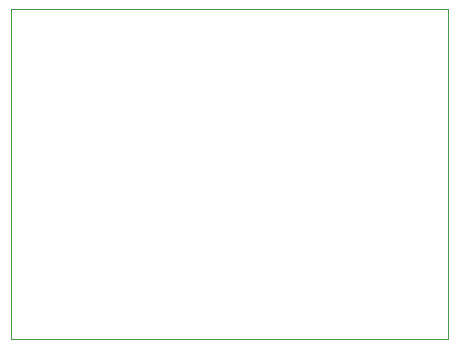
<source format=gbr>
%TF.GenerationSoftware,KiCad,Pcbnew,8.0.1*%
%TF.CreationDate,2024-07-06T10:14:10-04:00*%
%TF.ProjectId,O2 Macrodevice NFC Board KiCad,4f32204d-6163-4726-9f64-657669636520,rev?*%
%TF.SameCoordinates,Original*%
%TF.FileFunction,Profile,NP*%
%FSLAX46Y46*%
G04 Gerber Fmt 4.6, Leading zero omitted, Abs format (unit mm)*
G04 Created by KiCad (PCBNEW 8.0.1) date 2024-07-06 10:14:10*
%MOMM*%
%LPD*%
G01*
G04 APERTURE LIST*
%TA.AperFunction,Profile*%
%ADD10C,0.050000*%
%TD*%
G04 APERTURE END LIST*
D10*
X116000000Y-75000000D02*
X153000000Y-75000000D01*
X153000000Y-103000000D01*
X116000000Y-103000000D01*
X116000000Y-75000000D01*
M02*

</source>
